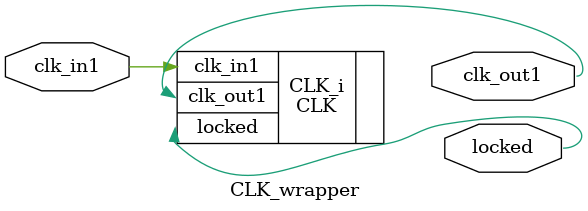
<source format=v>
`timescale 1 ps / 1 ps

module CLK_wrapper
   (clk_in1,
    clk_out1,
    locked);
  input clk_in1;
  output clk_out1;
  output locked;

  wire clk_in1;
  wire clk_out1;
  wire locked;

  CLK CLK_i
       (.clk_in1(clk_in1),
        .clk_out1(clk_out1),
        .locked(locked));
endmodule

</source>
